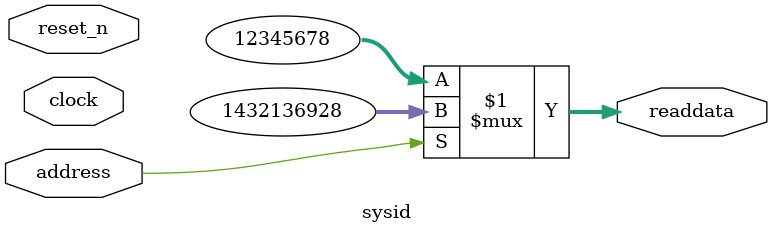
<source format=v>

`timescale 1ns / 1ps
// synthesis translate_on

// turn off superfluous verilog processor warnings 
// altera message_level Level1 
// altera message_off 10034 10035 10036 10037 10230 10240 10030 

module sysid (
               // inputs:
                address,
                clock,
                reset_n,

               // outputs:
                readdata
             )
;

  output  [ 31: 0] readdata;
  input            address;
  input            clock;
  input            reset_n;

  wire    [ 31: 0] readdata;
  //control_slave, which is an e_avalon_slave
  assign readdata = address ? 1432136928 : 12345678;

endmodule


</source>
